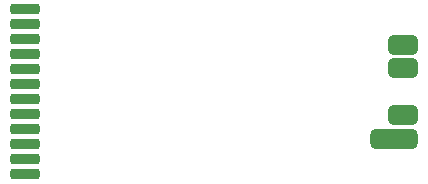
<source format=gbr>
%TF.GenerationSoftware,KiCad,Pcbnew,7.0.1-0*%
%TF.CreationDate,2023-08-23T15:05:17+02:00*%
%TF.ProjectId,ESP32SomfyPOE,45535033-3253-46f6-9d66-79504f452e6b,rev?*%
%TF.SameCoordinates,Original*%
%TF.FileFunction,Paste,Top*%
%TF.FilePolarity,Positive*%
%FSLAX46Y46*%
G04 Gerber Fmt 4.6, Leading zero omitted, Abs format (unit mm)*
G04 Created by KiCad (PCBNEW 7.0.1-0) date 2023-08-23 15:05:17*
%MOMM*%
%LPD*%
G01*
G04 APERTURE LIST*
G04 Aperture macros list*
%AMRoundRect*
0 Rectangle with rounded corners*
0 $1 Rounding radius*
0 $2 $3 $4 $5 $6 $7 $8 $9 X,Y pos of 4 corners*
0 Add a 4 corners polygon primitive as box body*
4,1,4,$2,$3,$4,$5,$6,$7,$8,$9,$2,$3,0*
0 Add four circle primitives for the rounded corners*
1,1,$1+$1,$2,$3*
1,1,$1+$1,$4,$5*
1,1,$1+$1,$6,$7*
1,1,$1+$1,$8,$9*
0 Add four rect primitives between the rounded corners*
20,1,$1+$1,$2,$3,$4,$5,0*
20,1,$1+$1,$4,$5,$6,$7,0*
20,1,$1+$1,$6,$7,$8,$9,0*
20,1,$1+$1,$8,$9,$2,$3,0*%
G04 Aperture macros list end*
%ADD10RoundRect,0.225000X-1.025000X0.225000X-1.025000X-0.225000X1.025000X-0.225000X1.025000X0.225000X0*%
%ADD11RoundRect,0.425000X-1.575000X0.425000X-1.575000X-0.425000X1.575000X-0.425000X1.575000X0.425000X0*%
%ADD12RoundRect,0.425000X-0.825000X0.425000X-0.825000X-0.425000X0.825000X-0.425000X0.825000X0.425000X0*%
G04 APERTURE END LIST*
D10*
%TO.C,E07-433M20S*%
X87634000Y-78798000D03*
X87634000Y-80068000D03*
X87634000Y-81338000D03*
X87634000Y-82608000D03*
X87634000Y-83878000D03*
X87634000Y-85148000D03*
X87634000Y-86418000D03*
X87634000Y-87688000D03*
X87634000Y-88958000D03*
X87634000Y-90228000D03*
X87634000Y-91498000D03*
X87634000Y-92768000D03*
D11*
X118884000Y-89788000D03*
D12*
X119634000Y-87788000D03*
X119634000Y-83788000D03*
X119634000Y-81788000D03*
%TD*%
M02*

</source>
